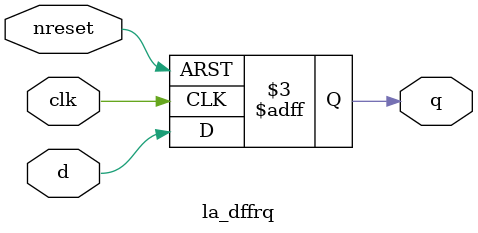
<source format=v>

module la_dffrq #(
    parameter PROP = "DEFAULT"
) (
    input      d,
    input      clk,
    input      nreset,
    output reg q
);

    always @(posedge clk or negedge nreset)
        if (!nreset) q <= 1'b0;
        else q <= d;

endmodule

</source>
